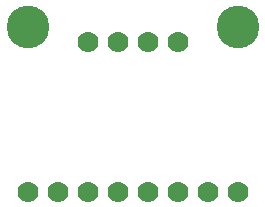
<source format=gbr>
G04 EAGLE Gerber RS-274X export*
G75*
%MOMM*%
%FSLAX34Y34*%
%LPD*%
%INSoldermask Bottom*%
%IPPOS*%
%AMOC8*
5,1,8,0,0,1.08239X$1,22.5*%
G01*
%ADD10C,3.617600*%
%ADD11C,1.778000*%


D10*
X25400Y165100D03*
X203200Y165100D03*
D11*
X25400Y25400D03*
X50800Y25400D03*
X76200Y25400D03*
X101600Y25400D03*
X127000Y25400D03*
X152400Y25400D03*
X177800Y25400D03*
X203200Y25400D03*
X76200Y152400D03*
X101600Y152400D03*
X127000Y152400D03*
X152400Y152400D03*
M02*

</source>
